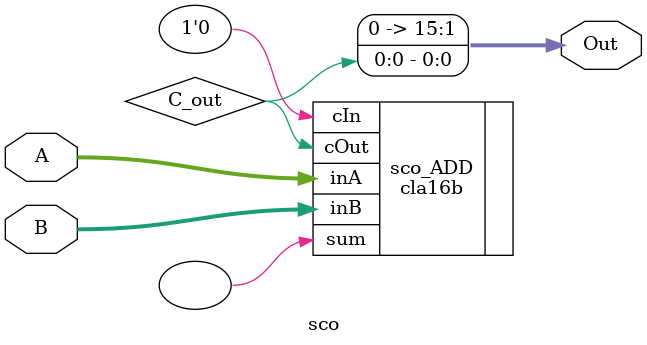
<source format=v>
module sco(A, B, Out);

input [15:0] A, B;
output [15:0] Out;
wire C_out;

//cla_16b sco_ADD(.A(A), .B(B), .C_in(1'b0), .S(), .C_out(C_out));
  cla16b sco_ADD(.sum(), .cOut(C_out), .inA(A), .inB(B), .cIn(1'b0));


assign Out = {{15{1'h0}}, C_out};

endmodule

</source>
